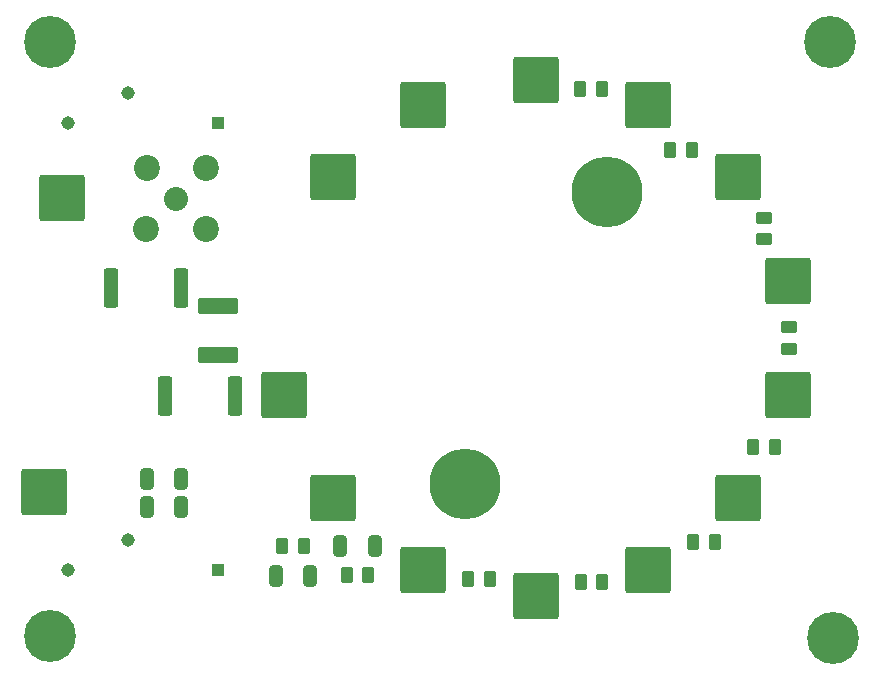
<source format=gbr>
%TF.GenerationSoftware,KiCad,Pcbnew,7.0.2-27-g7a50654f3b*%
%TF.CreationDate,2023-06-01T09:40:15-07:00*%
%TF.ProjectId,14_pin_pmt_Rev2,31345f70-696e-45f7-906d-745f52657632,rev?*%
%TF.SameCoordinates,Original*%
%TF.FileFunction,Soldermask,Top*%
%TF.FilePolarity,Negative*%
%FSLAX46Y46*%
G04 Gerber Fmt 4.6, Leading zero omitted, Abs format (unit mm)*
G04 Created by KiCad (PCBNEW 7.0.2-27-g7a50654f3b) date 2023-06-01 09:40:15*
%MOMM*%
%LPD*%
G01*
G04 APERTURE LIST*
G04 Aperture macros list*
%AMRoundRect*
0 Rectangle with rounded corners*
0 $1 Rounding radius*
0 $2 $3 $4 $5 $6 $7 $8 $9 X,Y pos of 4 corners*
0 Add a 4 corners polygon primitive as box body*
4,1,4,$2,$3,$4,$5,$6,$7,$8,$9,$2,$3,0*
0 Add four circle primitives for the rounded corners*
1,1,$1+$1,$2,$3*
1,1,$1+$1,$4,$5*
1,1,$1+$1,$6,$7*
1,1,$1+$1,$8,$9*
0 Add four rect primitives between the rounded corners*
20,1,$1+$1,$2,$3,$4,$5,0*
20,1,$1+$1,$4,$5,$6,$7,0*
20,1,$1+$1,$6,$7,$8,$9,0*
20,1,$1+$1,$8,$9,$2,$3,0*%
G04 Aperture macros list end*
%ADD10R,1.140000X1.140000*%
%ADD11C,1.140000*%
%ADD12RoundRect,0.250000X-0.262500X-0.450000X0.262500X-0.450000X0.262500X0.450000X-0.262500X0.450000X0*%
%ADD13RoundRect,0.250000X-0.325000X-0.650000X0.325000X-0.650000X0.325000X0.650000X-0.325000X0.650000X0*%
%ADD14RoundRect,0.250002X-1.699998X-1.699998X1.699998X-1.699998X1.699998X1.699998X-1.699998X1.699998X0*%
%ADD15C,0.700000*%
%ADD16C,4.400000*%
%ADD17RoundRect,0.250000X0.450000X-0.262500X0.450000X0.262500X-0.450000X0.262500X-0.450000X-0.262500X0*%
%ADD18C,0.800000*%
%ADD19C,6.000000*%
%ADD20RoundRect,0.250000X0.362500X1.425000X-0.362500X1.425000X-0.362500X-1.425000X0.362500X-1.425000X0*%
%ADD21C,2.032000*%
%ADD22C,2.200000*%
%ADD23RoundRect,0.249999X-1.450001X0.450001X-1.450001X-0.450001X1.450001X-0.450001X1.450001X0.450001X0*%
%ADD24RoundRect,0.250000X0.262500X0.450000X-0.262500X0.450000X-0.262500X-0.450000X0.262500X-0.450000X0*%
G04 APERTURE END LIST*
D10*
%TO.C,POT2*%
X143256000Y-111760000D03*
D11*
X135636000Y-109220000D03*
X130556000Y-111760000D03*
%TD*%
D12*
%TO.C,R6*%
X188571500Y-101346000D03*
X190396500Y-101346000D03*
%TD*%
D13*
%TO.C,C5*%
X137209000Y-104013000D03*
X140159000Y-104013000D03*
%TD*%
D14*
%TO.C,J17*%
X130048000Y-80264000D03*
%TD*%
%TO.C,J14*%
X160655000Y-72390000D03*
%TD*%
D15*
%TO.C,H3*%
X127382000Y-117348000D03*
X127865274Y-116181274D03*
X127865274Y-118514726D03*
X129032000Y-115698000D03*
D16*
X129032000Y-117348000D03*
D15*
X129032000Y-118998000D03*
X130198726Y-116181274D03*
X130198726Y-118514726D03*
X130682000Y-117348000D03*
%TD*%
D13*
%TO.C,C4*%
X137209000Y-106426000D03*
X140159000Y-106426000D03*
%TD*%
D17*
%TO.C,R5*%
X191643000Y-92987500D03*
X191643000Y-91162500D03*
%TD*%
D14*
%TO.C,J9*%
X160655000Y-111760000D03*
%TD*%
D15*
%TO.C,H2*%
X193422000Y-67056000D03*
X193905274Y-65889274D03*
X193905274Y-68222726D03*
X195072000Y-65406000D03*
D16*
X195072000Y-67056000D03*
D15*
X195072000Y-68706000D03*
X196238726Y-65889274D03*
X196238726Y-68222726D03*
X196722000Y-67056000D03*
%TD*%
D14*
%TO.C,J12*%
X128524000Y-105156000D03*
%TD*%
D18*
%TO.C,H6*%
X161961000Y-104485000D03*
X162620010Y-102894010D03*
X162620010Y-106075990D03*
X164211000Y-102235000D03*
D19*
X164211000Y-104485000D03*
D18*
X164211000Y-106735000D03*
X165801990Y-102894010D03*
X165801990Y-106075990D03*
X166461000Y-104485000D03*
%TD*%
D20*
%TO.C,R13-DNP*%
X140122500Y-87884000D03*
X134197500Y-87884000D03*
%TD*%
D12*
%TO.C,R11*%
X148693500Y-109728000D03*
X150518500Y-109728000D03*
%TD*%
D14*
%TO.C,J1*%
X170180000Y-70231000D03*
%TD*%
D21*
%TO.C,J15*%
X139700000Y-80289400D03*
D22*
X137160000Y-82829400D03*
X142240000Y-82829400D03*
X142240000Y-77724000D03*
X137236200Y-77724000D03*
%TD*%
D20*
%TO.C,R12*%
X144694500Y-97028000D03*
X138769500Y-97028000D03*
%TD*%
D23*
%TO.C,C3*%
X143256000Y-89390000D03*
X143256000Y-93490000D03*
%TD*%
D14*
%TO.C,J8*%
X170180000Y-113919000D03*
%TD*%
D18*
%TO.C,H5*%
X173959010Y-79695990D03*
X174618020Y-78105000D03*
X174618020Y-81286980D03*
X176209010Y-77445990D03*
D19*
X176209010Y-79695990D03*
D18*
X176209010Y-81945990D03*
X177800000Y-78105000D03*
X177800000Y-81286980D03*
X178459010Y-79695990D03*
%TD*%
D12*
%TO.C,R7*%
X183491500Y-109347000D03*
X185316500Y-109347000D03*
%TD*%
D14*
%TO.C,J3*%
X187325000Y-78486000D03*
%TD*%
%TO.C,J5*%
X191516000Y-96901000D03*
%TD*%
%TO.C,J4*%
X191516000Y-87249000D03*
%TD*%
%TO.C,J6*%
X187325000Y-105664000D03*
%TD*%
%TO.C,J2*%
X179705000Y-72390000D03*
%TD*%
D13*
%TO.C,C1*%
X153592000Y-109728000D03*
X156542000Y-109728000D03*
%TD*%
%TO.C,C2*%
X148131000Y-112268000D03*
X151081000Y-112268000D03*
%TD*%
D12*
%TO.C,R10*%
X154154500Y-112141000D03*
X155979500Y-112141000D03*
%TD*%
D15*
%TO.C,H4*%
X193699726Y-117474000D03*
X194183000Y-116307274D03*
X194183000Y-118640726D03*
X195349726Y-115824000D03*
D16*
X195349726Y-117474000D03*
D15*
X195349726Y-119124000D03*
X196516452Y-116307274D03*
X196516452Y-118640726D03*
X196999726Y-117474000D03*
%TD*%
D14*
%TO.C,J11*%
X148844000Y-96901000D03*
%TD*%
D12*
%TO.C,R9*%
X164441500Y-112522000D03*
X166266500Y-112522000D03*
%TD*%
D10*
%TO.C,POT1*%
X143256000Y-73914000D03*
D11*
X135636000Y-71374000D03*
X130556000Y-73914000D03*
%TD*%
D24*
%TO.C,R3*%
X183388000Y-76200000D03*
X181563000Y-76200000D03*
%TD*%
D14*
%TO.C,J13*%
X153035000Y-78486000D03*
%TD*%
%TO.C,J7*%
X179705000Y-111760000D03*
%TD*%
D12*
%TO.C,R8*%
X173966500Y-112776000D03*
X175791500Y-112776000D03*
%TD*%
D24*
%TO.C,R2*%
X175768000Y-70993000D03*
X173943000Y-70993000D03*
%TD*%
D15*
%TO.C,H1*%
X127382000Y-67056000D03*
X127865274Y-65889274D03*
X127865274Y-68222726D03*
X129032000Y-65406000D03*
D16*
X129032000Y-67056000D03*
D15*
X129032000Y-68706000D03*
X130198726Y-65889274D03*
X130198726Y-68222726D03*
X130682000Y-67056000D03*
%TD*%
D17*
%TO.C,R4*%
X189484000Y-83716500D03*
X189484000Y-81891500D03*
%TD*%
D14*
%TO.C,J10*%
X153035000Y-105664000D03*
%TD*%
M02*

</source>
